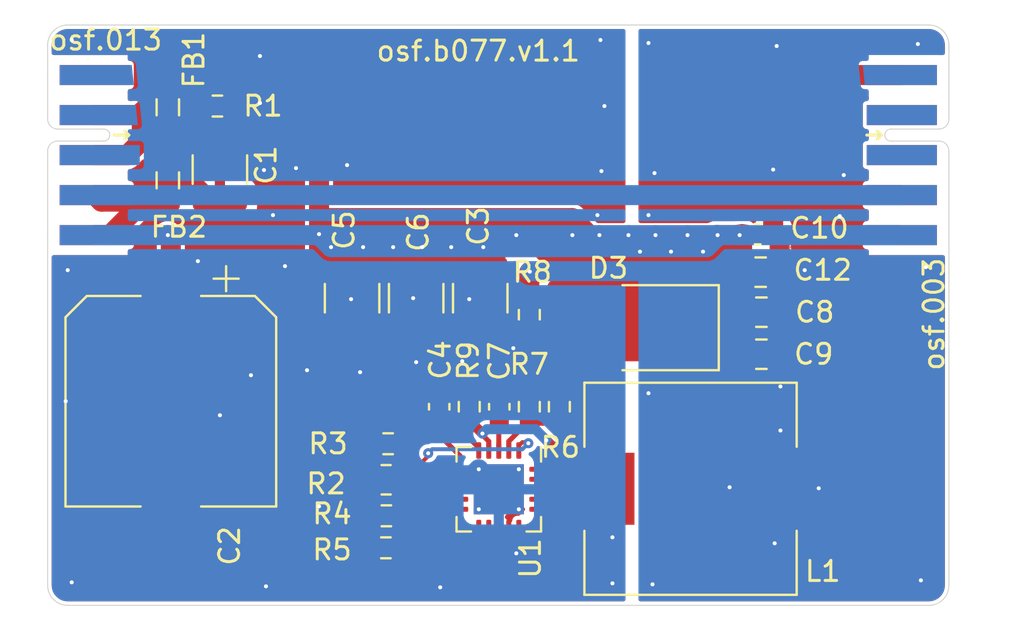
<source format=kicad_pcb>
(kicad_pcb (version 20211014) (generator pcbnew)
  (layers (0 "F.Cu" signal) (31 "B.Cu" signal) (34 "B.Paste" user) (35 "F.Paste" user) (36 "B.SilkS" user "B.Silkscreen") (37 "F.SilkS" user "F.Silkscreen") (38 "B.Mask" user) (39 "F.Mask" user) (44 "Edge.Cuts" user))
  (net 0 "")
  (net 1 "GND")
  (net 2 "Net-(C1-Pad1)")
  (net 3 "/dcdc/48V")
  (net 10 "/dcdc/GND2")
  (net 12 "/dcdc/GND")
  (net 13 "/dcdc/5V")
  (net 16 "VSS")
  (net 17 "VDD")
  (net 18 "Net-(C7-Pad2)")
  (net 19 "Net-(D3-Pad2)")
  (net 20 "Net-(R2-Pad2)")
  (net 21 "Net-(R4-Pad2)")
  (net 22 "Net-(R7-Pad2)")
  (net 23 "/dcdc/erout")
  (net 24 "/dcdc/FBH")
  (net 25 "Net-(TP2-Pad1)")
  (net 26 "Net-(J1-Pad9)")
  (net 31 "/dcdc/PoE-")
  (net 32 "/dcdc/RDET")
  (net 33 "/dcdc/VPOS")
  (net 34 "/dcdc/RFREQ")
  (footprint "Capacitor_SMD:C_0805_2012Metric" (layer "F.Cu") (at 165.6375 100.45)
    (fp_text reference "C9" (at 2.6125 0) (layer "F.SilkS"))
    (fp_text value "100uF")
    (fp_line (start -0.261252 -0.735) (end 0.261252 -0.735) (layer "F.SilkS") (width 0.12))
    (fp_line (start -0.261252 0.735) (end 0.261252 0.735) (layer "F.SilkS") (width 0.12))
    (pad "1" smd roundrect (at -0.95 0) (size 1 1.45) (layers "F.Cu" "F.Paste" "F.Mask") (net 13 "/dcdc/5V"))
    (pad "2" smd roundrect (at 0.95 0) (size 1 1.45) (layers "F.Cu" "F.Paste" "F.Mask") (net 10 "/dcdc/GND2"))
  )
  (footprint "Capacitor_SMD:C_1210_3225Metric" (layer "F.Cu") (at 148.4 97.65 -90)
    (fp_text reference "C6" (at -3.3 -0.1 90) (layer "F.SilkS"))
    (fp_text value "10nF")
    (fp_line (start -0.711252 1.36) (end 0.711252 1.36) (layer "F.SilkS") (width 0.12))
    (fp_line (start -0.711252 -1.36) (end 0.711252 -1.36) (layer "F.SilkS") (width 0.12))
    (pad "1" smd roundrect (at -1.475 0 270) (size 1.15 2.7) (layers "F.Cu" "F.Paste" "F.Mask") (roundrect_rratio 0.217391) (net 13 "/dcdc/5V"))
    (pad "2" smd roundrect (at 1.475 0 270) (size 1.15 2.7) (layers "F.Cu" "F.Paste" "F.Mask") (roundrect_rratio 0.217391) (net 16 "VSS"))
  )
  (footprint "Inductor_SMD:L_0805_2012Metric" (layer "F.Cu") (at 136 88.1125 -90)
    (fp_text reference "FB1" (at -2.3625 -1.3 90) (layer "F.SilkS"))
    (fp_text value "700R")
    (fp_line (start -0.399622 0.56) (end 0.399622 0.56) (layer "F.SilkS") (width 0.12))
    (fp_line (start -0.399622 -0.56) (end 0.399622 -0.56) (layer "F.SilkS") (width 0.12))
    (pad "1" smd roundrect (at -1.0625 0 270) (size 0.875 1.2) (layers "F.Cu" "F.Paste" "F.Mask") (net 3 "/dcdc/48V"))
    (pad "2" smd roundrect (at 1.0625 0 270) (size 0.875 1.2) (layers "F.Cu" "F.Paste" "F.Mask") (net 13 "/dcdc/5V"))
  )
  (footprint "on_edge:on_edge_2x05_device" (layer "F.Cu") (at 130 90.5 -90)
    (fp_text reference "J1")
    (fp_text value "013_PoE_rectified")
    (fp_line (start -1 -4.05) (end -0.8 -3.85) (layer "F.SilkS") (width 0.153))
    (fp_line (start -1.2 -3.85) (end -1 -4.05) (layer "F.SilkS") (width 0.153))
    (fp_line (start -1 -4.05) (end -1 -3.323) (layer "F.SilkS") (width 0.153))
    (fp_line (start -0.2 0) (end 4 0) (layer "Edge.Cuts") (width 0.05))
    (fp_line (start -1.3 -2.8) (end -1.3 -0.5) (layer "Edge.Cuts") (width 0.05))
    (fp_line (start -4 0) (end -1.8 0) (layer "Edge.Cuts") (width 0.05))
    (fp_line (start -0.7 -0.5) (end -0.7 -2.8) (layer "Edge.Cuts") (width 0.05))
    (fp_arc (start -1.3 -2.8) (mid -1 -3.1) (end -0.7 -2.8) (layer "Edge.Cuts") (width 0.05))
    (fp_arc (start -0.2 0) (mid -0.553553 -0.146447) (end -0.7 -0.5) (layer "Edge.Cuts") (width 0.05))
    (fp_arc (start -1.3 -0.5) (mid -1.446447 -0.146447) (end -1.8 0) (layer "Edge.Cuts") (width 0.05))
    (pad "1" smd rect (at -4 -2.35 90) (size 1 3.5) (layers "F.Cu" "F.Mask") (net 1 "GND"))
    (pad "2" smd rect (at -2 -2.35 270) (size 1 3.5) (layers "F.Cu" "F.Mask") (net 3 "/dcdc/48V"))
    (pad "3" smd rect (at 0 -2.35 270) (size 1 3.5) (layers "F.Cu" "F.Mask") (net 3 "/dcdc/48V"))
    (pad "4" smd rect (at 2 -2.35 90) (size 1 3.5) (layers "F.Cu" "F.Mask") (net 12 "/dcdc/GND"))
    (pad "5" smd rect (at 4 -2.35 90) (size 1 3.5) (layers "F.Cu" "F.Mask") (net 12 "/dcdc/GND"))
    (pad "6" smd custom (at -4 -2.4 270) (size 1 3.6) (layers "B.Cu" "B.Mask") (options (clearance outline) (anchor rect)) (primitives (gr_poly (pts (xy 0.5 -1.8) (xy 0.5 -1.9) (xy -0.5 -1.8)) (width 0) (fill yes))))
    (pad "7" smd custom (at -2 -2.1 270) (size 1 3) (layers "B.Cu" "B.Mask") (options (clearance outline) (anchor rect)) (primitives (gr_poly (pts (xy 0.3 -0.51) (xy 0.31 -0.62) (xy 0.33 -0.7) (xy 0.35 -0.76) (xy 0.37 -0.81) (xy 0.4 -0.86) (xy 0.44 -0.92) (xy 0.48 -0.97) (xy 0.5 -0.99) (xy 0.5 -2.4) (xy -0.5 -2.3) (xy -0.5 1.5) (xy 0.3 1.5)) (width 0) (fill yes))))
    (pad "8" smd rect (at 0 -2.6 270) (size 1 4) (layers "B.Cu" "B.Mask"))
    (pad "9" smd custom (at 2 -2.4 270) (size 1 3.6) (layers "B.Cu" "B.Mask") (net 26 "Net-(J1-Pad9)") (options (clearance outline) (anchor rect)) (primitives (gr_poly (pts (xy -0.5 -1.8) (xy -0.5 -1.9) (xy 0.5 -1.8)) (width 0) (fill yes))))
    (pad "10" smd custom (at 4 -2.3 270) (size 1 3.4) (layers "B.Cu" "B.Mask") (net 13 "/dcdc/5V") (options (clearance outline) (anchor rect)) (primitives (gr_poly (pts (xy -0.5 -1.7) (xy -0.5 -1.8) (xy 0.5 -1.7)) (width 0) (fill yes))))
    (zone (net 0) (net_name "") (layers F&B.Cu) (connect_pads (clearance 0)) (min_thickness 0.254)
      (keepout (tracks allowed) (vias not_allowed) (pads allowed) (copperpour not_allowed) (footprints not_allowed))
      (fill (thermal_gap 0.508) (thermal_bridge_width 0.508))
      (polygon (pts (xy 130 95.5) (xy 130 85.5) (xy 134 85.5) (xy 134 95.5)))
    )
  )
  (footprint "Capacitor_SMD:C_0805_2012Metric" (layer "F.Cu") (at 165.6 96.35)
    (fp_text reference "C12" (at 3.1 -0.1) (layer "F.SilkS"))
    (fp_text value "100uF")
    (fp_line (start -0.261252 -0.735) (end 0.261252 -0.735) (layer "F.SilkS") (width 0.12))
    (fp_line (start -0.261252 0.735) (end 0.261252 0.735) (layer "F.SilkS") (width 0.12))
    (pad "1" smd roundrect (at -0.95 0) (size 1 1.45) (layers "F.Cu" "F.Paste" "F.Mask") (net 13 "/dcdc/5V"))
    (pad "2" smd roundrect (at 0.95 0) (size 1 1.45) (layers "F.Cu" "F.Paste" "F.Mask") (net 10 "/dcdc/GND2"))
  )
  (footprint "Capacitor_SMD:C_0603_1608Metric" (layer "F.Cu") (at 165.45 94.45)
    (fp_text reference "C10" (at 3.0875 -0.3) (layer "F.SilkS"))
    (fp_text value "1uF")
    (fp_line (start -0.14058 -0.51) (end 0.14058 -0.51) (layer "F.SilkS") (width 0.12))
    (fp_line (start -0.14058 0.51) (end 0.14058 0.51) (layer "F.SilkS") (width 0.12))
    (pad "1" smd roundrect (at -0.775 0) (size 0.9 0.95) (layers "F.Cu" "F.Paste" "F.Mask") (net 13 "/dcdc/5V"))
    (pad "2" smd roundrect (at 0.775 0) (size 0.9 0.95) (layers "F.Cu" "F.Paste" "F.Mask") (net 10 "/dcdc/GND2"))
  )
  (footprint "Resistor_SMD:R_0603_1608Metric" (layer "F.Cu") (at 146.8875 110.125 180)
    (fp_text reference "R5" (at 2.6875 -0.1) (layer "F.SilkS"))
    (fp_text value "88.7k")
    (fp_line (start -0.237258 -0.5225) (end 0.237258 -0.5225) (layer "F.SilkS") (width 0.12))
    (fp_line (start -0.237258 0.5225) (end 0.237258 0.5225) (layer "F.SilkS") (width 0.12))
    (pad "1" smd roundrect (at -0.825 0 180) (size 0.8 0.95) (layers "F.Cu" "F.Paste" "F.Mask") (net 34 "/dcdc/RFREQ"))
    (pad "2" smd roundrect (at 0.825 0 180) (size 0.8 0.95) (layers "F.Cu" "F.Paste" "F.Mask") (net 33 "/dcdc/VPOS"))
  )
  (footprint "on_edge:on_edge_2x05_host" (layer "F.Cu") (at 175 90.5 -90)
    (fp_text reference "J2")
    (fp_text value "003_power")
    (fp_line (start -1 3.373) (end -1.2 3.573) (layer "F.SilkS") (width 0.153))
    (fp_line (start -1 4.1) (end -1 3.373) (layer "F.SilkS") (width 0.153))
    (fp_line (start -0.8 3.573) (end -1 3.373) (layer "F.SilkS") (width 0.153))
    (fp_line (start -0.7 2.9) (end -0.7 0.5) (layer "Edge.Cuts") (width 0.05))
    (fp_line (start -0.2 0) (end 4 0) (layer "Edge.Cuts") (width 0.05))
    (fp_line (start -4 0) (end -1.8 0) (layer "Edge.Cuts") (width 0.05))
    (fp_line (start -1.3 0.5) (end -1.3 2.9) (layer "Edge.Cuts") (width 0.05))
    (fp_arc (start -0.7 0.5) (mid -0.553553 0.146447) (end -0.2 0) (layer "Edge.Cuts") (width 0.05))
    (fp_arc (start -1.8 0) (mid -1.446447 0.146447) (end -1.3 0.5) (layer "Edge.Cuts") (width 0.05))
    (fp_arc (start -0.7 2.9) (mid -1 3.2) (end -1.3 2.9) (layer "Edge.Cuts") (width 0.05))
    (pad "1" smd rect (at -4 2.35 270) (size 1 3.5) (layers "F.Cu" "F.Mask") (net 10 "/dcdc/GND2"))
    (pad "2" smd rect (at -2 2.35 270) (size 1 3.5) (layers "F.Cu" "F.Mask"))
    (pad "3" smd rect (at 0 2.35 270) (size 1 3.5) (layers "F.Cu" "F.Mask"))
    (pad "4" smd rect (at 2 2.35 270) (size 1 3.5) (layers "F.Cu" "F.Mask"))
    (pad "5" smd rect (at 4 2.35 270) (size 1 3.5) (layers "F.Cu" "F.Mask"))
    (pad "6" smd custom (at -4 2.4 90) (size 1 3.6) (layers "B.Cu" "B.Mask") (options (clearance outline) (anchor rect)) (primitives (gr_poly (pts (xy 0.5 -1.8) (xy -0.5 -1.8) (xy 0.5 -1.9)) (width 0) (fill yes))))
    (pad "7" smd rect (at -2 2.35 90) (size 1 3.5) (layers "B.Cu" "B.Mask"))
    (pad "8" smd rect (at 0 2.35 90) (size 1 3.5) (layers "B.Cu" "B.Mask"))
    (pad "9" smd custom (at 2 2.4 90) (size 1 3.6) (layers "B.Cu" "B.Mask") (net 26 "Net-(J1-Pad9)") (options (clearance outline) (anchor rect)) (primitives (gr_poly (pts (xy 0.5 -1.8) (xy -0.5 -1.8) (xy -0.5 -1.9)) (width 0) (fill yes))))
    (pad "10" smd custom (at 4 2.5 90) (size 1 3.8) (layers "B.Cu" "B.Mask") (net 13 "/dcdc/5V") (options (clearance outline) (anchor rect)) (primitives (gr_poly (pts (xy 0.5 -1.9) (xy -0.5 -1.9) (xy -0.5 -2)) (width 0) (fill yes))))
    (zone (net 0) (net_name "") (layers F&B.Cu) (connect_pads (clearance 0)) (min_thickness 0.254)
      (keepout (tracks allowed) (vias not_allowed) (pads allowed) (copperpour not_allowed) (footprints not_allowed))
      (fill (thermal_gap 0.508) (thermal_bridge_width 0.508))
      (polygon (pts (xy 171 95.5) (xy 171 85.5) (xy 175 85.5) (xy 175 95.5)))
    )
  )
  (footprint "Resistor_SMD:R_0603_1608Metric" (layer "F.Cu") (at 154.05 98.475 90)
    (fp_text reference "R8" (at 2.125 0.15) (layer "F.SilkS"))
    (fp_text value "10R")
    (fp_line (start -0.237258 0.5225) (end 0.237258 0.5225) (layer "F.SilkS") (width 0.12))
    (fp_line (start -0.237258 -0.5225) (end 0.237258 -0.5225) (layer "F.SilkS") (width 0.12))
    (pad "1" smd roundrect (at -0.825 0 90) (size 0.8 0.95) (layers "F.Cu" "F.Paste" "F.Mask") (net 22 "Net-(R7-Pad2)"))
    (pad "2" smd roundrect (at 0.825 0 90) (size 0.8 0.95) (layers "F.Cu" "F.Paste" "F.Mask") (net 10 "/dcdc/GND2"))
  )
  (footprint "Capacitor_SMD:C_1210_3225Metric" (layer "F.Cu") (at 145.2 97.65 -90)
    (fp_text reference "C5" (at -3.4 0.4 90) (layer "F.SilkS"))
    (fp_text value "100nF")
    (fp_line (start -0.711252 -1.36) (end 0.711252 -1.36) (layer "F.SilkS") (width 0.12))
    (fp_line (start -0.711252 1.36) (end 0.711252 1.36) (layer "F.SilkS") (width 0.12))
    (pad "1" smd roundrect (at -1.475 0 270) (size 1.15 2.7) (layers "F.Cu" "F.Paste" "F.Mask") (roundrect_rratio 0.217391) (net 13 "/dcdc/5V"))
    (pad "2" smd roundrect (at 1.475 0 270) (size 1.15 2.7) (layers "F.Cu" "F.Paste" "F.Mask") (roundrect_rratio 0.217391) (net 16 "VSS"))
  )
  (footprint "Package_DFN_QFN:QFN-20-1EP_4x4mm_P0.5mm_EP2.5x2.5mm_ThermalVias" (layer "F.Cu") (at 152.525 107.2 -90)
    (fp_text reference "U1" (at 3.45 -1.575 90) (layer "F.SilkS"))
    (fp_text value "Si3404")
    (fp_line (start 2.11 -2.11) (end 2.11 -1.385) (layer "F.SilkS") (width 0.12))
    (fp_line (start 1.385 -2.11) (end 2.11 -2.11) (layer "F.SilkS") (width 0.12))
    (fp_line (start -2.11 2.11) (end -2.11 1.385) (layer "F.SilkS") (width 0.12))
    (fp_line (start 2.11 2.11) (end 2.11 1.385) (layer "F.SilkS") (width 0.12))
    (fp_line (start 1.385 2.11) (end 2.11 2.11) (layer "F.SilkS") (width 0.12))
    (fp_line (start -1.385 2.11) (end -2.11 2.11) (layer "F.SilkS") (width 0.12))
    (fp_line (start -1.385 -2.11) (end -2.11 -2.11) (layer "F.SilkS") (width 0.12))
    (pad "1" smd roundrect (at -1.9375 -1 270) (size 0.825 0.25) (layers "F.Cu" "F.Paste" "F.Mask") (net 20 "Net-(R2-Pad2)"))
    (pad "2" smd roundrect (at -1.9375 -0.5 270) (size 0.825 0.25) (layers "F.Cu" "F.Paste" "F.Mask") (net 24 "/dcdc/FBH"))
    (pad "3" smd roundrect (at -1.9375 0 270) (size 0.825 0.25) (layers "F.Cu" "F.Paste" "F.Mask") (net 23 "/dcdc/erout"))
    (pad "4" smd roundrect (at -1.9375 0.5 270) (size 0.825 0.25) (layers "F.Cu" "F.Paste" "F.Mask") (net 16 "VSS"))
    (pad "5" smd roundrect (at -1.9375 1 270) (size 0.825 0.25) (layers "F.Cu" "F.Paste" "F.Mask") (net 17 "VDD"))
    (pad "6" smd roundrect (at -1 1.9375 270) (size 0.25 0.825) (layers "F.Cu" "F.Paste" "F.Mask") (net 32 "/dcdc/RDET"))
    (pad "7" smd roundrect (at -0.5 1.9375 270) (size 0.25 0.825) (layers "F.Cu" "F.Paste" "F.Mask"))
    (pad "8" smd roundrect (at 0 1.9375 270) (size 0.25 0.825) (layers "F.Cu" "F.Paste" "F.Mask") (net 20 "Net-(R2-Pad2)"))
    (pad "9" smd roundrect (at 0.5 1.9375 270) (size 0.25 0.825) (layers "F.Cu" "F.Paste" "F.Mask") (net 21 "Net-(R4-Pad2)"))
    (pad "10" smd roundrect (at 1 1.9375 270) (size 0.25 0.825) (layers "F.Cu" "F.Paste" "F.Mask") (net 34 "/dcdc/RFREQ"))
    (pad "11" smd roundrect (at 1.9375 1 270) (size 0.825 0.25) (layers "F.Cu" "F.Paste" "F.Mask"))
    (pad "12" smd roundrect (at 1.9375 0.5 270) (size 0.825 0.25) (layers "F.Cu" "F.Paste" "F.Mask"))
    (pad "13" smd roundrect (at 1.9375 0 270) (size 0.825 0.25) (layers "F.Cu" "F.Paste" "F.Mask") (net 33 "/dcdc/VPOS"))
    (pad "14" smd roundrect (at 1.9375 -0.5 270) (size 0.825 0.25) (layers "F.Cu" "F.Paste" "F.Mask") (net 31 "/dcdc/PoE-"))
    (pad "15" smd roundrect (at 1.9375 -1 270) (size 0.825 0.25) (layers "F.Cu" "F.Paste" "F.Mask"))
    (pad "16" smd roundrect (at 1 -1.9375 270) (size 0.25 0.825) (layers "F.Cu" "F.Paste" "F.Mask") (net 25 "Net-(TP2-Pad1)"))
    (pad "17" smd roundrect (at 0.5 -1.9375 270) (size 0.25 0.825) (layers "F.Cu" "F.Paste" "F.Mask"))
    (pad "18" smd roundrect (at 0 -1.9375 270) (size 0.25 0.825) (layers "F.Cu" "F.Paste" "F.Mask") (net 19 "Net-(D3-Pad2)"))
    (pad "19" smd roundrect (at -0.5 -1.9375 270) (size 0.25 0.825) (layers "F.Cu" "F.Paste" "F.Mask") (net 16 "VSS"))
    (pad "20" smd roundrect (at -1 -1.9375 270) (size 0.25 0.825) (layers "F.Cu" "F.Paste" "F.Mask"))
    (pad "21" thru_hole circle (at -1 -1 270) (size 0.5 0.5) (drill 0.2) (layers *.Cu) (net 31 "/dcdc/PoE-"))
    (pad "21" thru_hole circle (at 1 1 270) (size 0.5 0.5) (drill 0.2) (layers *.Cu) (net 31 "/dcdc/PoE-"))
    (pad "21" smd rect (at 0 0 270) (size 2.5 2.5) (layers "F.Cu" "F.Mask") (net 31 "/dcdc/PoE-"))
    (pad "21" thru_hole circle (at 1 -1 270) (size 0.5 0.5) (drill 0.2) (layers *.Cu) (net 31 "/dcdc/PoE-"))
    (pad "21" thru_hole circle (at -1 1 270) (size 0.5 0.5) (drill 0.2) (layers *.Cu) (net 31 "/dcdc/PoE-"))
    (pad "21" smd rect (at 0 0 270) (size 2.5 2.5) (layers "B.Cu") (net 31 "/dcdc/PoE-"))
  )
  (footprint "Resistor_SMD:R_0603_1608Metric" (layer "F.Cu") (at 138.475 88.05)
    (fp_text reference "R1" (at 2.275 0) (layer "F.SilkS"))
    (fp_text value "3R")
    (fp_line (start -0.237258 -0.5225) (end 0.237258 -0.5225) (layer "F.SilkS") (width 0.12))
    (fp_line (start -0.237258 0.5225) (end 0.237258 0.5225) (layer "F.SilkS") (width 0.12))
    (pad "1" smd roundrect (at -0.825 0) (size 0.8 0.95) (layers "F.Cu" "F.Paste" "F.Mask") (net 13 "/dcdc/5V"))
    (pad "2" smd roundrect (at 0.825 0) (size 0.8 0.95) (layers "F.Cu" "F.Paste" "F.Mask") (net 2 "Net-(C1-Pad1)"))
  )
  (footprint "Resistor_SMD:R_0603_1608Metric" (layer "F.Cu") (at 147 104.925 180)
    (fp_text reference "R3" (at 3 0) (layer "F.SilkS"))
    (fp_text value "24.3k")
    (fp_line (start -0.237258 -0.5225) (end 0.237258 -0.5225) (layer "F.SilkS") (width 0.12))
    (fp_line (start -0.237258 0.5225) (end 0.237258 0.5225) (layer "F.SilkS") (width 0.12))
    (pad "1" smd roundrect (at -0.825 0 180) (size 0.8 0.95) (layers "F.Cu" "F.Paste" "F.Mask") (net 32 "/dcdc/RDET"))
    (pad "2" smd roundrect (at 0.825 0 180) (size 0.8 0.95) (layers "F.Cu" "F.Paste" "F.Mask") (net 33 "/dcdc/VPOS"))
  )
  (footprint "Resistor_SMD:R_0603_1608Metric" (layer "F.Cu") (at 151.05 103.075 -90)
    (fp_text reference "R9" (at -2.3 0.05 90) (layer "F.SilkS"))
    (fp_text value "143k")
    (fp_line (start -0.237258 0.5225) (end 0.237258 0.5225) (layer "F.SilkS") (width 0.12))
    (fp_line (start -0.237258 -0.5225) (end 0.237258 -0.5225) (layer "F.SilkS") (width 0.12))
    (pad "1" smd roundrect (at -0.825 0 270) (size 0.8 0.95) (layers "F.Cu" "F.Paste" "F.Mask") (net 18 "Net-(C7-Pad2)"))
    (pad "2" smd roundrect (at 0.825 0 270) (size 0.8 0.95) (layers "F.Cu" "F.Paste" "F.Mask") (net 16 "VSS"))
  )
  (footprint "Resistor_SMD:R_0603_1608Metric" (layer "F.Cu") (at 146.9125 108.525)
    (fp_text reference "R4" (at -2.7125 -0.1) (layer "F.SilkS"))
    (fp_text value "75R")
    (fp_line (start -0.237258 -0.5225) (end 0.237258 -0.5225) (layer "F.SilkS") (width 0.12))
    (fp_line (start -0.237258 0.5225) (end 0.237258 0.5225) (layer "F.SilkS") (width 0.12))
    (pad "1" smd roundrect (at -0.825 0) (size 0.8 0.95) (layers "F.Cu" "F.Paste" "F.Mask") (net 31 "/dcdc/PoE-"))
    (pad "2" smd roundrect (at 0.825 0) (size 0.8 0.95) (layers "F.Cu" "F.Paste" "F.Mask") (net 21 "Net-(R4-Pad2)"))
  )
  (footprint "Inductor_SMD:L_0805_2012Metric" (layer "F.Cu") (at 136 91.7625 90)
    (fp_text reference "FB2" (at -2.3375 0.55) (layer "F.SilkS"))
    (fp_text value "700R")
    (fp_line (start -0.399622 -0.56) (end 0.399622 -0.56) (layer "F.SilkS") (width 0.12))
    (fp_line (start -0.399622 0.56) (end 0.399622 0.56) (layer "F.SilkS") (width 0.12))
    (pad "1" smd roundrect (at -1.0625 0 90) (size 0.875 1.2) (layers "F.Cu" "F.Paste" "F.Mask") (net 12 "/dcdc/GND"))
    (pad "2" smd roundrect (at 1.0625 0 90) (size 0.875 1.2) (layers "F.Cu" "F.Paste" "F.Mask") (net 31 "/dcdc/PoE-"))
  )
  (footprint "Diode_SMD:D_PowerDI-5" (layer "F.Cu") (at 159.7 99.125 180)
    (fp_text reference "D3" (at 1.7 2.975) (layer "F.SilkS"))
    (fp_text value "PDS3100")
    (fp_line (start -3.81 2.125) (end -3.81 -2.125) (layer "F.SilkS") (width 0.12))
    (fp_line (start -3.81 2.125) (end 1 2.125) (layer "F.SilkS") (width 0.12))
    (fp_line (start 1 -2.125) (end -3.81 -2.125) (layer "F.SilkS") (width 0.12))
    (pad "1" smd rect (at -1.12 0) (size 4.86 3.36) (layers "F.Cu" "F.Paste" "F.Mask") (net 13 "/dcdc/5V"))
    (pad "2" smd rect (at 2.862 -0.92) (size 1.4 1.39) (layers "F.Cu" "F.Paste" "F.Mask") (net 19 "Net-(D3-Pad2)"))
    (pad "2" smd rect (at 2.862 0.92) (size 1.4 1.39) (layers "F.Cu" "F.Paste" "F.Mask") (net 19 "Net-(D3-Pad2)"))
  )
  (footprint "Capacitor_SMD:C_1210_3225Metric" (layer "F.Cu") (at 138.6 91.225 -90)
    (fp_text reference "C1" (at -0.225 -2.3 90) (layer "F.SilkS"))
    (fp_text value "100nF")
    (fp_line (start -0.711252 1.36) (end 0.711252 1.36) (layer "F.SilkS") (width 0.12))
    (fp_line (start -0.711252 -1.36) (end 0.711252 -1.36) (layer "F.SilkS") (width 0.12))
    (pad "1" smd roundrect (at -1.475 0 270) (size 1.15 2.7) (layers "F.Cu" "F.Paste" "F.Mask") (roundrect_rratio 0.217391) (net 2 "Net-(C1-Pad1)"))
    (pad "2" smd roundrect (at 1.475 0 270) (size 1.15 2.7) (layers "F.Cu" "F.Paste" "F.Mask") (roundrect_rratio 0.217391) (net 31 "/dcdc/PoE-"))
  )
  (footprint "Capacitor_SMD:C_0603_1608Metric" (layer "F.Cu") (at 149.55 103.075 -90)
    (fp_text reference "C4" (at -2.3375 -0.05 90) (layer "F.SilkS"))
    (fp_text value "100nF")
    (fp_line (start -0.14058 -0.51) (end 0.14058 -0.51) (layer "F.SilkS") (width 0.12))
    (fp_line (start -0.14058 0.51) (end 0.14058 0.51) (layer "F.SilkS") (width 0.12))
    (pad "1" smd roundrect (at -0.775 0 270) (size 0.9 0.95) (layers "F.Cu" "F.Paste" "F.Mask") (net 16 "VSS"))
    (pad "2" smd roundrect (at 0.775 0 270) (size 0.9 0.95) (layers "F.Cu" "F.Paste" "F.Mask") (net 17 "VDD"))
  )
  (footprint "Capacitor_SMD:C_0603_1608Metric" (layer "F.Cu") (at 152.55 103.075 90)
    (fp_text reference "C7" (at 2.275 0 90) (layer "F.SilkS"))
    (fp_text value "330pF")
    (fp_line (start -0.14058 -0.51) (end 0.14058 -0.51) (layer "F.SilkS") (width 0.12))
    (fp_line (start -0.14058 0.51) (end 0.14058 0.51) (layer "F.SilkS") (width 0.12))
    (pad "1" smd roundrect (at -0.775 0 90) (size 0.9 0.95) (layers "F.Cu" "F.Paste" "F.Mask") (net 23 "/dcdc/erout"))
    (pad "2" smd roundrect (at 0.775 0 90) (size 0.9 0.95) (layers "F.Cu" "F.Paste" "F.Mask") (net 18 "Net-(C7-Pad2)"))
  )
  (footprint "Capacitor_SMD:C_0805_2012Metric" (layer "F.Cu") (at 165.6375 98.35)
    (fp_text reference "C8" (at 2.6625 0) (layer "F.SilkS"))
    (fp_text value "100uF")
    (fp_line (start -0.261252 -0.735) (end 0.261252 -0.735) (layer "F.SilkS") (width 0.12))
    (fp_line (start -0.261252 0.735) (end 0.261252 0.735) (layer "F.SilkS") (width 0.12))
    (pad "1" smd roundrect (at -0.95 0) (size 1 1.45) (layers "F.Cu" "F.Paste" "F.Mask") (net 13 "/dcdc/5V"))
    (pad "2" smd roundrect (at 0.95 0) (size 1 1.45) (layers "F.Cu" "F.Paste" "F.Mask") (net 10 "/dcdc/GND2"))
  )
  (footprint "Capacitor_SMD:CP_Elec_10x10" (layer "F.Cu") (at 136.15 102.8 -90)
    (fp_text reference "C2" (at 7.23 -2.93 90) (layer "F.SilkS"))
    (fp_text value "10uF")
    (fp_line (start -6.75 -2.76) (end -5.5 -2.76) (layer "F.SilkS") (width 0.12))
    (fp_line (start -5.26 -4.195563) (end -4.195563 -5.26) (layer "F.SilkS") (width 0.12))
    (fp_line (start 5.26 5.26) (end 5.26 1.51) (layer "F.SilkS") (width 0.12))
    (fp_line (start -4.195563 5.26) (end 5.26 5.26) (layer "F.SilkS") (width 0.12))
    (fp_line (start -5.26 4.195563) (end -5.26 1.51) (layer "F.SilkS") (width 0.12))
    (fp_line (start 5.26 -5.26) (end 5.26 -1.51) (layer "F.SilkS") (width 0.12))
    (fp_line (start -6.125 -3.385) (end -6.125 -2.135) (layer "F.SilkS") (width 0.12))
    (fp_line (start -5.26 4.195563) (end -4.195563 5.26) (layer "F.SilkS") (width 0.12))
    (fp_line (start -5.26 -4.195563) (end -5.26 -1.51) (layer "F.SilkS") (width 0.12))
    (fp_line (start -4.195563 -5.26) (end 5.26 -5.26) (layer "F.SilkS") (width 0.12))
    (pad "1" smd roundrect (at -4 0 270) (size 4 2.5) (layers "F.Cu" "F.Paste" "F.Mask") (roundrect_rratio 0.1) (net 13 "/dcdc/5V"))
    (pad "2" smd roundrect (at 4 0 270) (size 4 2.5) (layers "F.Cu" "F.Paste" "F.Mask") (roundrect_rratio 0.1) (net 16 "VSS"))
  )
  (footprint "Resistor_SMD:R_0603_1608Metric" (layer "F.Cu") (at 154.05 103.075 90)
    (fp_text reference "R7" (at 2.125 0 180) (layer "F.SilkS"))
    (fp_text value "9.09k")
    (fp_line (start -0.237258 0.5225) (end 0.237258 0.5225) (layer "F.SilkS") (width 0.12))
    (fp_line (start -0.237258 -0.5225) (end 0.237258 -0.5225) (layer "F.SilkS") (width 0.12))
    (pad "1" smd roundrect (at -0.825 0 90) (size 0.8 0.95) (layers "F.Cu" "F.Paste" "F.Mask") (net 24 "/dcdc/FBH"))
    (pad "2" smd roundrect (at 0.825 0 90) (size 0.8 0.95) (layers "F.Cu" "F.Paste" "F.Mask") (net 22 "Net-(R7-Pad2)"))
  )
  (footprint "Resistor_SMD:R_0805_2012Metric" (layer "F.Cu") (at 146.9 106.725)
    (fp_text reference "R2" (at -3 0.2) (layer "F.SilkS"))
    (fp_text value "1.2R")
    (fp_line (start -0.227064 0.735) (end 0.227064 0.735) (layer "F.SilkS") (width 0.12))
    (fp_line (start -0.227064 -0.735) (end 0.227064 -0.735) (layer "F.SilkS") (width 0.12))
    (pad "1" smd roundrect (at -0.9125 0) (size 1.025 1.4) (layers "F.Cu" "F.Paste" "F.Mask") (roundrect_rratio 0.243902) (net 16 "VSS"))
    (pad "2" smd roundrect (at 0.9125 0) (size 1.025 1.4) (layers "F.Cu" "F.Paste" "F.Mask") (roundrect_rratio 0.243902) (net 20 "Net-(R2-Pad2)"))
  )
  (footprint "Inductor_SMD:L_10.4x10.4_H4.8" (layer "F.Cu") (at 162.1 107.175)
    (fp_text reference "L1" (at 6.6 4.125) (layer "F.SilkS"))
    (fp_text value "47uH")
    (fp_line (start 5.3 2.1) (end 5.3 5.3) (layer "F.SilkS") (width 0.12))
    (fp_line (start -5.3 -5.3) (end 5.3 -5.3) (layer "F.SilkS") (width 0.12))
    (fp_line (start 5.3 5.3) (end -5.3 5.3) (layer "F.SilkS") (width 0.12))
    (fp_line (start 5.3 -5.3) (end 5.3 -2.1) (layer "F.SilkS") (width 0.12))
    (fp_line (start -5.3 5.3) (end -5.3 2.1) (layer "F.SilkS") (width 0.12))
    (fp_line (start -5.3 -2.1) (end -5.3 -5.3) (layer "F.SilkS") (width 0.12))
    (pad "1" smd rect (at -4.15 0) (size 2.7 3.6) (layers "F.Cu" "F.Paste" "F.Mask") (net 19 "Net-(D3-Pad2)"))
    (pad "2" smd rect (at 4.15 0) (size 2.7 3.6) (layers "F.Cu" "F.Paste" "F.Mask") (net 10 "/dcdc/GND2"))
  )
  (footprint "Capacitor_SMD:C_1210_3225Metric" (layer "F.Cu") (at 151.6 97.65 -90)
    (fp_text reference "C3" (at -3.6 0.1 90) (layer "F.SilkS"))
    (fp_text value "1uF")
    (fp_line (start -0.711252 -1.36) (end 0.711252 -1.36) (layer "F.SilkS") (width 0.12))
    (fp_line (start -0.711252 1.36) (end 0.711252 1.36) (layer "F.SilkS") (width 0.12))
    (pad "1" smd roundrect (at -1.475 0 270) (size 1.15 2.7) (layers "F.Cu" "F.Paste" "F.Mask") (roundrect_rratio 0.217391) (net 13 "/dcdc/5V"))
    (pad "2" smd roundrect (at 1.475 0 270) (size 1.15 2.7) (layers "F.Cu" "F.Paste" "F.Mask") (roundrect_rratio 0.217391) (net 16 "VSS"))
  )
  (footprint "Resistor_SMD:R_0603_1608Metric" (layer "F.Cu") (at 155.55 103.075 -90)
    (fp_text reference "R6" (at 2.025 -0.05) (layer "F.SilkS"))
    (fp_text value "3.24k")
    (fp_line (start -0.237258 -0.5225) (end 0.237258 -0.5225) (layer "F.SilkS") (width 0.12))
    (fp_line (start -0.237258 0.5225) (end 0.237258 0.5225) (layer "F.SilkS") (width 0.12))
    (pad "1" smd roundrect (at -0.825 0 270) (size 0.8 0.95) (layers "F.Cu" "F.Paste" "F.Mask") (net 13 "/dcdc/5V"))
    (pad "2" smd roundrect (at 0.825 0 270) (size 0.8 0.95) (layers "F.Cu" "F.Paste" "F.Mask") (net 24 "/dcdc/FBH"))
  )
  (gr_line (start 130 86.5) (end 130 85) (layer "Edge.Cuts") (width 0.05))
  (gr_line (start 175 86.5) (end 175 85) (layer "Edge.Cuts") (width 0.05))
  (gr_line (start 174 84) (end 150 84) (layer "Edge.Cuts") (width 0.05))
  (gr_line (start 174.999999 110.499999) (end 175 94.5) (layer "Edge.Cuts") (width 0.05))
  (gr_line (start 173.999999 112.999999) (end 131 113) (layer "Edge.Cuts") (width 0.05))
  (gr_arc (start 130 85) (mid 130.292893 84.292893) (end 131 84) (layer "Edge.Cuts") (width 0.05))
  (gr_line (start 131 84) (end 150 84) (layer "Edge.Cuts") (width 0.05))
  (gr_arc (start 174 84) (mid 174.707107 84.292893) (end 175 85) (layer "Edge.Cuts") (width 0.05))
  (gr_line (start 174.999999 111.999999) (end 174.999999 110.499999) (layer "Edge.Cuts") (width 0.05))
  (gr_line (start 130 112) (end 130 94.5) (layer "Edge.Cuts") (width 0.05))
  (gr_arc (start 174.999999 111.999999) (mid 174.707106 112.707106) (end 173.999999 112.999999) (layer "Edge.Cuts") (width 0.05))
  (gr_arc (start 131 113) (mid 130.292893 112.707107) (end 130 112) (layer "Edge.Cuts") (width 0.05))
  (gr_text "osf.b077.v1.1" (at 151.5 85.3) (layer "F.SilkS") (effects (font (size 1 1))))
  (gr_text "osf.003" (at 174.25 98.45 90) (layer "F.SilkS") (effects (font (size 1 1))))
  (gr_text "osf.013" (at 132.9 84.75) (layer "F.SilkS") (effects (font (size 1 1))))
  (segment (start 139.3 89.05) (end 138.6 89.75) (width 1) (layer "F.Cu") (net 2))
  (segment (start 139.3 88.05) (end 139.3 89.05) (width 1) (layer "F.Cu") (net 2))
  (segment (start 133.974309 90.5) (end 134.7 89.774309) (width 1) (layer "F.Cu") (net 3))
  (segment (start 132.35 88.5) (end 134.55 88.5) (width 1) (layer "F.Cu") (net 3))
  (segment (start 134.55 88.5) (end 134.7 88.35) (width 1) (layer "F.Cu") (net 3))
  (segment (start 132.35 90.5) (end 133.974309 90.5) (width 1) (layer "F.Cu") (net 3))
  (segment (start 134.7 89.774309) (end 134.7 88.35) (width 1) (layer "F.Cu") (net 3))
  (segment (start 134.7 88.35) (end 136 87.05) (width 1) (layer "F.Cu") (net 3))
  (segment (start 166.5875 106.8375) (end 166.25 107.175) (width 1) (layer "F.Cu") (net 10))
  (segment (start 166.55 94.775) (end 166.225 94.45) (width 1) (layer "F.Cu") (net 10))
  (segment (start 166.65 96.25) (end 166.55 96.35) (width 1) (layer "F.Cu") (net 10))
  (segment (start 166.5875 102.0625) (end 166.5875 104.2625) (width 1) (layer "F.Cu") (net 10))
  (segment (start 166.5875 100.45) (end 166.5875 98.35) (width 1) (layer "F.Cu") (net 10))
  (segment (start 166.5875 100.45) (end 166.5875 102.0625) (width 1) (layer "F.Cu") (net 10))
  (segment (start 166.5875 104.2625) (end 166.5875 106.8375) (width 1) (layer "F.Cu") (net 10))
  (segment (start 166.55 96.35) (end 166.55 94.775) (width 1) (layer "F.Cu") (net 10))
  (segment (start 166.5875 96.3875) (end 166.55 96.35) (width 1) (layer "F.Cu") (net 10))
  (segment (start 166.225 91.225) (end 166.225 89.875) (width 1) (layer "F.Cu") (net 10))
  (segment (start 166.225 94.45) (end 166.225 91.225) (width 1) (layer "F.Cu") (net 10))
  (segment (start 166.5875 98.35) (end 166.5875 96.3875) (width 1) (layer "F.Cu") (net 10))
  (segment (start 166.225 89.875) (end 169.6 86.5) (width 1) (layer "F.Cu") (net 10))
  (segment (start 167.8 96.25) (end 166.65 96.25) (width 1) (layer "F.Cu") (net 10))
  (segment (start 154.05 97.65) (end 154.05 96.35) (width 1) (layer "F.Cu") (net 10))
  (segment (start 169.6 86.5) (end 172.65 86.5) (width 1) (layer "F.Cu") (net 10))
  (via (at 166.225 91.225) (size 0.5) (drill 0.2) (layers "F.Cu" "B.Cu") (net 10))
  (via (at 160 102.4) (size 0.5) (drill 0.2) (layers "F.Cu" "B.Cu") (net 10))
  (via (at 169.75 91.5) (size 0.5) (drill 0.2) (layers "F.Cu" "B.Cu") (net 10))
  (via (at 167.8 96.25) (size 0.5) (drill 0.2) (layers "F.Cu" "B.Cu") (net 10))
  (via (at 173.6 111.75) (size 0.5) (drill 0.2) (layers "F.Cu" "B.Cu") (net 10))
  (via (at 168.5 107.15) (size 0.5) (drill 0.2) (layers "F.Cu" "B.Cu") (net 10))
  (via (at 166.5875 102.0625) (size 0.5) (drill 0.2) (layers "F.Cu" "B.Cu") (net 10))
  (via (at 154.075 96.325) (size 0.5) (drill 0.2) (layers "F.Cu" "B.Cu") (net 10))
  (via (at 160.2 111.95) (size 0.5) (drill 0.2) (layers "F.Cu" "B.Cu") (net 10))
  (via (at 160.3 91.4) (size 0.5) (drill 0.2) (layers "F.Cu" "B.Cu") (net 10))
  (via (at 173.85 96.1) (size 0.5) (drill 0.2) (layers "F.Cu" "B.Cu") (net 10))
  (via (at 164.05 107.1) (size 0.5) (drill 0.2) (layers "F.Cu" "B.Cu") (net 10))
  (via (at 160 93.5) (size 0.5) (drill 0.2) (layers "F.Cu" "B.Cu") (net 10))
  (via (at 173.45 84.95) (size 0.5) (drill 0.2) (layers "F.Cu" "B.Cu") (net 10))
  (via (at 166.5875 104.2625) (size 0.5) (drill 0.2) (layers "F.Cu" "B.Cu") (net 10))
  (via (at 169.55 93.55) (size 0.5) (drill 0.2) (layers "F.Cu" "B.Cu") (net 10))
  (via (at 166.4 85.05) (size 0.5) (drill 0.2) (layers "F.Cu" "B.Cu") (net 10))
  (via (at 160 84.9) (size 0.5) (drill 0.2) (layers "F.Cu" "B.Cu") (net 10))
  (via (at 166.3 109.9) (size 0.5) (drill 0.2) (layers "F.Cu" "B.Cu") (net 10))
  (segment (start 154.1 96.3) (end 167.75 96.3) (width 1) (layer "B.Cu") (net 10))
  (segment (start 169.5 93.5) (end 169.55 93.55) (width 0.2) (layer "B.Cu") (net 10))
  (segment (start 160 93.5) (end 169.5 93.5) (width 0.2) (layer "B.Cu") (net 10))
  (segment (start 167.75 96.3) (end 167.8 96.25) (width 1) (layer "B.Cu") (net 10))
  (segment (start 132.675 92.825) (end 132.35 92.5) (width 1) (layer "F.Cu") (net 12))
  (segment (start 136 92.825) (end 134.775 92.825) (width 1) (layer "F.Cu") (net 12))
  (segment (start 134.775 92.825) (end 132.675 92.825) (width 1) (layer "F.Cu") (net 12))
  (segment (start 132.35 94.5) (end 133.1 94.5) (width 1) (layer "F.Cu") (net 12))
  (segment (start 133.1 94.5) (end 134.775 92.825) (width 1) (layer "F.Cu") (net 12))
  (segment (start 143.55 93.65) (end 143.55 94.45) (width 1) (layer "F.Cu") (net 13))
  (segment (start 157.15 94.6) (end 163.35 94.6) (width 1) (layer "F.Cu") (net 13))
  (segment (start 136 89.175) (end 136.025 89.175) (width 1) (layer "F.Cu") (net 13))
  (segment (start 164.602944 96.302944) (end 164.65 96.35) (width 1) (layer "F.Cu") (net 13))
  (segment (start 143.55 94.45) (end 143.7 94.6) (width 1) (layer "F.Cu") (net 13))
  (segment (start 152.675 95.1) (end 153.35 95.1) (width 1) (layer "F.Cu") (net 13))
  (segment (start 164.675 96.325) (end 164.65 96.35) (width 1) (layer "F.Cu") (net 13))
  (segment (start 145.025 96.35) (end 145.2 96.175) (width 1) (layer "F.Cu") (net 13))
  (segment (start 160.82 99.125) (end 164.6 99.125) (width 1) (layer "F.Cu") (net 13))
  (segment (start 143.55 94.45) (end 143.55 94.5) (width 1) (layer "F.Cu") (net 13))
  (segment (start 154.597056 95.1) (end 155.8 96.302944) (width 1) (layer "F.Cu") (net 13))
  (segment (start 141 86.7) (end 143.55 89.25) (width 1) (layer "F.Cu") (net 13))
  (segment (start 152.3125 95.4625) (end 152.675 95.1) (width 1) (layer "F.Cu") (net 13))
  (segment (start 136.025 89.175) (end 137.15 88.05) (width 1) (layer "F.Cu") (net 13))
  (segment (start 164.675 95.325) (end 162.725 95.325) (width 1) (layer "F.Cu") (net 13))
  (segment (start 152.3125 95.4625) (end 143.5625 95.4625) (width 1) (layer "F.Cu") (net 13))
  (segment (start 159.58 97.6) (end 158.79 96.81) (width 1) (layer "F.Cu") (net 13))
  (segment (start 160.82 99.125) (end 160.82 96.84) (width 1) (layer "F.Cu") (net 13))
  (segment (start 163.35 94.5) (end 163.45 94.5) (width 1) (layer "F.Cu") (net 13))
  (segment (start 138.4 86.7) (end 141 86.7) (width 1) (layer "F.Cu") (net 13))
  (segment (start 143.55 89.25) (end 143.55 93.65) (width 1) (layer "F.Cu") (net 13))
  (segment (start 143.55 93.65) (end 156.2 93.65) (width 1) (layer "F.Cu") (net 13))
  (segment (start 164.65 98.3125) (end 164.6875 98.35) (width 1) (layer "F.Cu") (net 13))
  (segment (start 155.55 102.15) (end 155.438 102.038) (width 1) (layer "F.Cu") (net 13))
  (segment (start 159.575 95.325) (end 154.822056 95.325) (width 1) (layer "F.Cu") (net 13))
  (segment (start 160.82 96.84) (end 160.79 96.81) (width 1) (layer "F.Cu") (net 13))
  (segment (start 137.3 97.65) (end 142.05 97.65) (width 1) (layer "F.Cu") (net 13))
  (segment (start 143.35 96.35) (end 145.025 96.35) (width 1) (layer "F.Cu") (net 13))
  (segment (start 164.625 94.5) (end 164.675 94.45) (width 1) (layer "F.Cu") (net 13))
  (segment (start 164.6 99.125) (end 164.6875 99.0375) (width 1) (layer "F.Cu") (net 13))
  (segment (start 164.19 96.81) (end 164.65 96.35) (width 1) (layer "F.Cu") (net 13))
  (segment (start 155.8 96.302944) (end 155.8 96.81) (width 1) (layer "F.Cu") (net 13))
  (segment (start 143.5625 95.4625) (end 143.55 95.45) (width 1) (layer "F.Cu") (net 13))
  (segment (start 137.65 87.45) (end 138.4 86.7) (width 1) (layer "F.Cu") (net 13))
  (segment (start 155.8 96.302944) (end 164.602944 96.302944) (width 1) (layer "F.Cu") (net 13))
  (segment (start 158.79 96.81) (end 160.79 96.81) (width 1) (layer "F.Cu") (net 13))
  (segment (start 142.05 97.65) (end 143.35 96.35) (width 1) (layer "F.Cu") (net 13))
  (segment (start 164.6875 100.45) (end 164.6875 99.0375) (width 1) (layer "F.Cu") (net 13))
  (segment (start 153.35 95.1) (end 153.35 94.55) (width 1) (layer "F.Cu") (net 13))
  (segment (start 155.438 102.038) (end 155.438 97.172) (width 1) (layer "F.Cu") (net 13))
  (segment (start 144.275 96.175) (end 143.55 95.45) (width 1) (layer "F.Cu") (net 13))
  (segment (start 153.35 94.55) (end 153.4 94.5) (width 1) (layer "F.Cu") (net 13))
  (segment (start 151.6 96.175) (end 152.3125 95.4625) (width 1) (layer "F.Cu") (net 13))
  (segment (start 136.15 98.8) (end 136.15 94.65) (width 1) (layer "F.Cu") (net 13))
  (segment (start 161.125 95.325) (end 159.575 95.325) (width 1) (layer "F.Cu") (net 13))
  (segment (start 156.2 93.65) (end 157.15 94.6) (width 1) (layer "F.Cu") (net 13))
  (segment (start 164.675 94.45) (end 164.675 95.325) (width 1) (layer "F.Cu") (net 13))
  (segment (start 136.15 98.8) (end 137.3 97.65) (width 1) (layer "F.Cu") (net 13))
  (segment (start 145.2 96.175) (end 144.275 96.175) (width 1) (layer "F.Cu") (net 13))
  (segment (start 151.6 96.175) (end 145.2 96.175) (width 1) (layer "F.Cu") (net 13))
  (segment (start 163.45 94.5) (end 164.625 94.5) (width 1) (layer "F.Cu") (net 13))
  (segment (start 143.55 95.45) (end 143.55 94.5) (width 1) (layer "F.Cu") (net 13))
  (segment (start 155.438 97.172) (end 155.8 96.81) (width 1) (layer "F.Cu") (net 13))
  (segment (start 160.79 96.81) (end 164.19 96.81) (width 1) (layer "F.Cu") (net 13))
  (segment (start 164.65 97.6) (end 164.65 98.3125) (width 1) (layer "F.Cu") (net 13))
  (segment (start 164.65 97.6) (end 159.58 97.6) (width 1) (layer "F.Cu") (net 13))
  (segment (start 154.822056 95.325) (end 154.597056 95.1) (width 1) (layer "F.Cu") (net 13))
  (segment (start 155.55 102.25) (end 155.55 102.15) (width 1) (layer "F.Cu") (net 13))
  (segment (start 164.65 96.35) (end 164.65 97.6) (width 1) (layer "F.Cu") (net 13))
  (segment (start 164.675 95.325) (end 164.675 96.325) (width 1) (layer "F.Cu") (net 13))
  (segment (start 164.6875 99.0375) (end 164.6875 98.35) (width 1) (layer "F.Cu") (net 13))
  (segment (start 162.725 95.325) (end 161.125 95.325) (width 1) (layer "F.Cu") (net 13))
  (segment (start 137.15 88.05) (end 137.65 88.05) (width 1) (layer "F.Cu") (net 13))
  (segment (start 143.7 94.6) (end 157.15 94.6) (width 1) (layer "F.Cu") (net 13))
  (segment (start 136.15 94.65) (end 136 94.5) (width 1) (layer "F.Cu") (net 13))
  (segment (start 155.8 96.81) (end 158.79 96.81) (width 1) (layer "F.Cu") (net 13))
  (segment (start 163.35 94.6) (end 163.45 94.5) (width 1) (layer "F.Cu") (net 13))
  (segment (start 137.65 88.05) (end 137.65 87.45) (width 1) (layer "F.Cu") (net 13))
  (segment (start 153.35 95.1) (end 154.597056 95.1) (width 1) (layer "F.Cu") (net 13))
  (via (at 163.45 94.5) (size 0.5) (drill 0.2) (layers "F.Cu" "B.Cu") (net 13))
  (via (at 144.15 95.1) (size 0.5) (drill 0.2) (layers "F.Cu" "B.Cu") (net 13))
  (via (at 147.25 95.1) (size 0.5) (drill 0.2) (layers "F.Cu" "B.Cu") (net 13))
  (via (at 161.95 94.5) (size 0.5) (drill 0.2) (layers "F.Cu" "B.Cu") (net 13))
  (via (at 151.75 95.1) (size 0.5) (drill 0.2) (layers "F.Cu" "B.Cu") (net 13))
  (via (at 143.55 94.45) (size 0.5) (drill 0.2) (layers "F.Cu" "B.Cu") (net 13))
  (via (at 161.125 95.325) (size 0.5) (drill 0.2) (layers "F.Cu" "B.Cu") (net 13))
  (via (at 150.15 95.1) (size 0.5) (drill 0.2) (layers "F.Cu" "B.Cu") (net 13))
  (via (at 136 94.5) (size 0.5) (drill 0.2) (layers "F.Cu" "B.Cu") (net 13))
  (via (at 160.35 94.5) (size 0.5) (drill 0.2) (layers "F.Cu" "B.Cu") (net 13))
  (via (at 157.55 94.5) (size 0.5) (drill 0.2) (layers "F.Cu" "B.Cu") (net 13))
  (via (at 159 94.5) (size 0.5) (drill 0.2) (layers "F.Cu" "B.Cu") (net 13))
  (via (at 148.7 95.1) (size 0.5) (drill 0.2) (layers "F.Cu" "B.Cu") (net 13))
  (via (at 162.725 95.325) (size 0.5) (drill 0.2) (layers "F.Cu" "B.Cu") (net 13))
  (via (at 145.75 95.1) (size 0.5) (drill 0.2) (layers "F.Cu" "B.Cu") (net 13))
  (via (at 164.55 94.5) (size 0.5) (drill 0.2) (layers "F.Cu" "B.Cu") (net 13))
  (via (at 159.575 95.325) (size 0.5) (drill 0.2) (layers "F.Cu" "B.Cu") (net 13))
  (via (at 156.2 94.5) (size 0.5) (drill 0.2) (layers "F.Cu" "B.Cu") (net 13))
  (via (at 153.4 94.5) (size 0.5) (drill 0.2) (layers "F.Cu" "B.Cu") (net 13))
  (segment (start 163.45 94.55) (end 162.9 95.1) (width 1) (layer "B.Cu") (net 13))
  (segment (start 164.55 94.5) (end 163.35 94.5) (width 1) (layer "B.Cu") (net 13))
  (segment (start 143.55 94.5) (end 136 94.5) (width 1) (layer "B.Cu") (net 13))
  (segment (start 162.9 95.1) (end 151.75 95.1) (width 1) (layer "B.Cu") (net 13))
  (segment (start 136 94.5) (end 132.3 94.5) (width 1) (layer "B.Cu") (net 13))
  (segment (start 163.45 94.5) (end 163.45 94.55) (width 1) (layer "B.Cu") (net 13))
  (segment (start 148.7 95.1) (end 147.25 95.1) (width 1) (layer "B.Cu") (net 13))
  (segment (start 159 94.5) (end 157.55 94.5) (width 1) (layer "B.Cu") (net 13))
  (segment (start 145.75 95.1) (end 144.15 95.1) (width 1) (layer "B.Cu") (net 13))
  (segment (start 163.35 94.5) (end 161.95 94.5) (width 1) (layer "B.Cu") (net 13))
  (segment (start 151.75 95.1) (end 150.15 95.1) (width 1) (layer "B.Cu") (net 13))
  (segment (start 157.55 94.5) (end 156.2 94.5) (width 1) (layer "B.Cu") (net 13))
  (segment (start 150.15 95.1) (end 148.7 95.1) (width 1) (layer "B.Cu") (net 13))
  (segment (start 172.5 94.5) (end 164.55 94.5) (width 1) (layer "B.Cu") (net 13))
  (segment (start 144.15 95.1) (end 143.55 94.5) (width 1) (layer "B.Cu") (net 13))
  (segment (start 147.25 95.1) (end 145.75 95.1) (width 1) (layer "B.Cu") (net 13))
  (segment (start 161.95 94.5) (end 160.35 94.5) (width 1) (layer "B.Cu") (net 13))
  (segment (start 160.35 94.5) (end 159 94.5) (width 1) (layer "B.Cu") (net 13))
  (segment (start 156.2 94.5) (end 153.4 94.5) (width 1) (layer "B.Cu") (net 13))
  (segment (start 153.4 94.5) (end 143.55 94.5) (width 1) (layer "B.Cu") (net 13))
  (segment (start 144.4 99.925) (end 145.2 99.125) (width 1) (layer "F.Cu") (net 16))
  (segment (start 145.9125 106.8) (end 145.9875 106.725) (width 1) (layer "F.Cu") (net 16))
  (segment (start 152.025 104.801992) (end 151.123008 103.9) (width 0.25) (layer "F.Cu") (net 16))
  (segment (start 151.05 103.9) (end 151.193507 103.9) (width 0.5) (layer "F.Cu") (net 16))
  (segment (start 154.4625 106.7) (end 155.099784 106.7) (width 0.2) (layer "F.Cu") (net 16))
  (segment (start 144.4 106.8) (end 145.9125 106.8) (width 1) (layer "F.Cu") (net 16))
  (segment (start 151.05 103.75) (end 151.05 103.9) (width 0.5) (layer "F.Cu") (net 16))
  (segment (start 151.193507 103.9) (end 151.708512 104.415005) (width 0.5) (layer "F.Cu") (net 16))
  (segment (start 150.35 103.1) (end 150.4 103.1) (width 0.5) (layer "F.Cu") (net 16))
  (segment (start 152.025 105.2625) (end 152.025 104.801992) (width 0.25) (layer "F.Cu") (net 16))
  (segment (start 149.55 100.275) (end 148.4 99.125) (width 1) (layer "F.Cu") (net 16))
  (segment (start 155.099784 106.7) (end 155.2625 106.537284) (width 0.2) (layer "F.Cu") (net 16))
  (segment (start 149.55 102.3) (end 150.35 103.1) (width 0.5) (layer "F.Cu") (net 16))
  (segment (start 136.15 106.8) (end 144.4 106.8) (width 1) (layer "F.Cu") (net 16))
  (segment (start 144.4 106.8) (end 144.4 99.925) (width 1) (layer "F.Cu") (net 16))
  (segment (start 155.4 105.2308) (end 155.4 106.399784) (width 0.5) (layer "F.Cu") (net 16))
  (segment (start 155.4 106.399784) (end 155.2625 106.537284) (width 0.5) (layer "F.Cu") (net 16))
  (segment (start 155.3808 105.2308) (end 154.9 104.75) (width 0.5) (layer "F.Cu") (net 16))
  (segment (start 155.4 105.2308) (end 155.3808 105.2308) (width 0.5) (layer "F.Cu") (net 16))
  (segment (start 149.55 102.3) (end 149.55 100.275) (width 1) (layer "F.Cu") (net 16))
  (segment (start 151.6 99.125) (end 145.2 99.125) (width 1) (layer "F.Cu") (net 16))
  (segment (start 151.123008 103.9) (end 151.05 103.9) (width 0.25) (layer "F.Cu") (net 16))
  (segment (start 150.4 103.1) (end 151.05 103.75) (width 0.5) (layer "F.Cu") (net 16))
  (via (at 151.708512 104.415005) (size 0.5) (drill 0.2) (layers "F.Cu" "B.Cu") (net 16))
  (via (at 154.9 104.75) (size 0.5) (drill 0.2) (layers "F.Cu" "B.Cu") (net 16))
  (segment (start 154.3687 104.1995) (end 154.3687 104.2187) (width 0.5) (layer "B.Cu") (net 16))
  (segment (start 151.708512 104.415005) (end 151.924017 104.1995) (width 0.5) (layer "B.Cu") (net 16))
  (segment (start 154.3687 104.2187) (end 154.9 104.75) (width 0.5) (layer "B.Cu") (net 16))
  (segment (start 151.924017 104.1995) (end 154.3687 104.1995) (width 0.5) (layer "B.Cu") (net 16))
  (segment (start 151.525 105.2625) (end 151.525 105.125) (width 0.25) (layer "F.Cu") (net 17))
  (segment (start 151.025 104.625) (end 150.325 104.625) (width 0.25) (layer "F.Cu") (net 17))
  (segment (start 150.325 104.625) (end 149.55 103.85) (width 0.25) (layer "F.Cu") (net 17))
  (segment (start 151.525 105.125) (end 151.025 104.625) (width 0.25) (layer "F.Cu") (net 17))
  (segment (start 151.05 102.25) (end 152.5 102.25) (width 0.25) (layer "F.Cu") (net 18))
  (segment (start 152.5 102.25) (end 152.55 102.3) (width 0.25) (layer "F.Cu") (net 18))
  (segment (start 157.95 107.175) (end 157.675 107.45) (width 1) (layer "F.Cu") (net 19))
  (segment (start 154.95 107.2) (end 155.35 107.2) (width 0.25) (layer "F.Cu") (net 19))
  (segment (start 155.5125 107.2) (end 155.7625 107.45) (width 0.2) (layer "F.Cu") (net 19))
  (segment (start 156.838 106.063) (end 157.95 107.175) (width 1) (layer "F.Cu") (net 19))
  (segment (start 155.7625 107.45) (end 155.5625 107.25) (width 0.5) (layer "F.Cu") (net 19))
  (segment (start 155.5625 107.25) (end 155.15 107.25) (width 0.5) (layer "F.Cu") (net 19))
  (segment (start 154.95 107.2) (end 155.5125 107.2) (width 0.2) (layer "F.Cu") (net 19))
  (segment (start 156.838 100.045) (end 156.838 106.063) (width 1) (layer "F.Cu") (net 19))
  (segment (start 157.675 107.45) (end 155.7625 107.45) (width 1) (layer "F.Cu") (net 19))
  (segment (start 154.4625 107.2) (end 154.95 107.2) (width 0.25) (layer "F.Cu") (net 19))
  (segment (start 156.838 98.205) (end 156.838 100.045) (width 1) (layer "F.Cu") (net 19))
  (segment (start 149 105.5375) (end 147.8125 106.725) (width 0.2) (layer "F.Cu") (net 20))
  (segment (start 150.5875 107.2) (end 148.2875 107.2) (width 0.25) (layer "F.Cu") (net 20))
  (segment (start 148.2875 107.2) (end 147.8125 106.725) (width 0.25) (layer "F.Cu") (net 20))
  (segment (start 153.525 105.025) (end 153.7 104.85) (width 0.2) (layer "F.Cu") (net 20))
  (segment (start 153.9505 104.85) (end 154 104.8995) (width 0.2) (layer "F.Cu") (net 20))
  (segment (start 149 105.4) (end 149 105.5375) (width 0.2) (layer "F.Cu") (net 20))
  (segment (start 153.7 104.85) (end 153.9505 104.85) (width 0.2) (layer "F.Cu") (net 20))
  (segment (start 153.525 105.2625) (end 153.525 105.025) (width 0.2) (layer "F.Cu") (net 20))
  (via (at 149 105.4) (size 0.5) (drill 0.2) (layers "F.Cu" "B.Cu") (net 20))
  (via (at 154 104.8995) (size 0.5) (drill 0.2) (layers "F.Cu" "B.Cu") (net 20))
  (segment (start 154 104.8995) (end 153.6995 105.2) (width 0.2) (layer "B.Cu") (net 20))
  (segment (start 153.6995 105.2) (end 149.2 105.2) (width 0.2) (layer "B.Cu") (net 20))
  (segment (start 149.2 105.2) (end 149 105.4) (width 0.2) (layer "B.Cu") (net 20))
  (segment (start 150.5875 107.7) (end 148.5625 107.7) (width 0.25) (layer "F.Cu") (net 21))
  (segment (start 148.5625 107.7) (end 147.7375 108.525) (width 0.25) (layer "F.Cu") (net 21))
  (segment (start 154.05 102.25) (end 154.05 99.3) (width 0.2) (layer "F.Cu") (net 22))
  (segment (start 152.525 105.2625) (end 152.525 103.875) (width 0.25) (layer "F.Cu") (net 23))
  (segment (start 152.525 103.875) (end 152.55 103.85) (width 0.25) (layer "F.Cu") (net 23))
  (segment (start 154.05 103.9) (end 155.55 103.9) (width 0.25) (layer "F.Cu") (net 24))
  (segment (start 153.025 104.801992) (end 153.926992 103.9) (width 0.25) (layer "F.Cu") (net 24))
  (segment (start 153.025 105.2625) (end 153.025 104.801992) (width 0.25) (layer "F.Cu") (net 24))
  (segment (start 153.926992 103.9) (end 154.05 103.9) (width 0.25) (layer "F.Cu") (net 24))
  (segment (start 172.6 92.5) (end 132.4 92.5) (width 1) (layer "B.Cu") (net 26))
  (segment (start 144.05 97.7) (end 142.95 98.8) (width 0.5) (layer "F.Cu") (net 31))
  (segment (start 153.275 98.425) (end 153.275 100.075) (width 0.2) (layer "F.Cu") (net 31))
  (segment (start 153.25 100.1) (end 153.25 100.15) (width 0.2) (layer "F.Cu") (net 31))
  (segment (start 137.5 93.8) (end 138.6 92.7) (width 1) (layer "F.Cu") (net 31))
  (segment (start 152.55 97.7) (end 153.275 98.425) (width 0.2) (layer "F.Cu") (net 31))
  (segment (start 145.15 97.7) (end 144.05 97.7) (width 0.5) (layer "F.Cu") (net 31))
  (segment (start 137.5 95.8) (end 137.5 93.8) (width 1) (layer "F.Cu") (net 31))
  (segment (start 138.6 92.7) (end 138 92.7) (width 1) (layer "F.Cu") (net 31))
  (segment (start 144.025 108.525) (end 143.55 108.05) (width 1) (layer "F.Cu") (net 31))
  (segment (start 138 92.7) (end 136 90.7) (width 1) (layer "F.Cu") (net 31))
  (segment (start 153.025 109.1375) (end 153.025 110.025) (width 0.2) (layer "F.Cu") (net 31))
  (segment (start 153.025 110.025) (end 153.4 110.4) (width 0.2) (layer "F.Cu") (net 31))
  (segment (start 146.0875 108.525) (end 144.025 108.525) (width 1) (layer "F.Cu") (net 31))
  (segment (start 142.95 98.8) (end 142.95 101.25) (width 0.5) (layer "F.Cu") (net 31))
  (segment (start 153.275 100.075) (end 153.25 100.1) (width 0.2) (layer "F.Cu") (net 31))
  (segment (start 151.05 97.7) (end 152.55 97.7) (width 0.2) (layer "F.Cu") (net 31))
  (via (at 157.6 84.75) (size 0.5) (drill 0.2) (layers "F.Cu" "B.Cu") (net 31))
  (via (at 150.7 100.8) (size 0.5) (drill 0.2) (layers "F.Cu" "B.Cu") (net 31))
  (via (at 130.9 102.8) (size 0.5) (drill 0.2) (layers "F.Cu" "B.Cu") (net 31))
  (via (at 149.6 112.1) (size 0.5) (drill 0.2) (layers "F.Cu" "B.Cu") (net 31))
  (via (at 131.2 111.85) (size 0.5) (drill 0.2) (layers "F.Cu" "B.Cu") (net 31))
  (via (at 142.4 91.15) (size 0.5) (drill 0.2) (layers "F.Cu" "B.Cu") (net 31))
  (via (at 144.95 91) (size 0.5) (drill 0.2) (layers "F.Cu" "B.Cu") (net 31))
  (via (at 157.8 88.05) (size 0.5) (drill 0.2) (layers "F.Cu" "B.Cu") (net 31))
  (via (at 142.95 101.25) (size 0.5) (drill 0.2) (layers "F.Cu" "B.Cu") (net 31))
  (via (at 131.2 84.75) (size 0.5) (drill 0.2) (layers "F.Cu" "B.Cu") (net 31))
  (via (at 145.15 97.7) (size 0.5) (drill 0.2) (layers "F.Cu" "B.Cu") (net 31))
  (via (at 158.2 109.6) (size 0.5) (drill 0.2) (layers "F.Cu" "B.Cu") (net 31))
  (via (at 158.2 111.9) (size 0.5) (drill 0.2) (layers "F.Cu" "B.Cu") (net 31))
  (via (at 141.85 96.05) (size 0.5) (drill 0.2) (layers "F.Cu" "B.Cu") (net 31))
  (via (at 157.45 93.5) (size 0.5) (drill 0.2) (layers "F.Cu" "B.Cu") (net 31))
  (via (at 138.6 103.5) (size 0.5) (drill 0.2) (layers "F.Cu" "B.Cu") (net 31))
  (via (at 140.9 112.05) (size 0.5) (drill 0.2) (layers "F.Cu" "B.Cu") (net 31))
  (via (at 140.6 85.55) (size 0.5) (drill 0.2) (layers "F.Cu" "B.Cu") (net 31))
  (via (at 131 96.25) (size 0.5) (drill 0.2) (layers "F.Cu" "B.Cu") (net 31))
  (via (at 141.25 93.5) (size 0.5) (drill 0.2) (layers "F.Cu" "B.Cu") (net 31))
  (via (at 137.5 95.8) (size 0.5) (drill 0.2) (layers "F.Cu" "B.Cu") (net 31))
  (via (at 140.15 101.5) (size 0.5) (drill 0.2) (layers "F.Cu" "B.Cu") (net 31))
  (via (at 140.8 91.25) (size 0.5) (drill 0.2) (layers "F.Cu" "B.Cu") (net 31))
  (via (at 143.55 108.05) (size 0.5) (drill 0.2) (layers "F.Cu" "B.Cu") (net 31))
  (via (at 145.6 101.35) (size 0.5) (drill 0.2) (layers "F.Cu" "B.Cu") (net 31))
  (via (at 151.05 97.7) (size 0.5) (drill 0.2) (layers "F.Cu" "B.Cu") (net 31))
  (via (at 148.25 97.65) (size 0.5) (drill 0.2) (layers "F.Cu" "B.Cu") (net 31))
  (via (at 153.4 110.4) (size 0.5) (drill 0.2) (layers "F.Cu" "B.Cu") (net 31))
  (via (at 140.6 87.9) (size 0.5) (drill 0.2) (layers "F.Cu" "B.Cu") (net 31))
  (via (at 157.65 91.3) (size 0.5) (drill 0.2) (layers "F.Cu" "B.Cu") (net 31))
  (via (at 153.25 100.15) (size 0.5) (drill 0.2) (layers "F.Cu" "B.Cu") (net 31))
  (via (at 148.4 100.85) (size 0.5) (drill 0.2) (layers "F.Cu" "B.Cu") (net 31))
  (segment (start 151.525 106.2) (end 151.225 106.5) (width 1) (layer "B.Cu") (net 31))
  (segment (start 137.5 100.4) (end 137.5 95.8) (width 1) (layer "B.Cu") (net 31))
  (segment (start 143.55 108.05) (end 143.55 106.45) (width 1) (layer "B.Cu") (net 31))
  (segment (start 143.55 106.45) (end 143.3 106.2) (width 1) (layer "B.Cu") (net 31))
  (segment (start 143.6 106.5) (end 143.3 106.2) (width 1) (layer "B.Cu") (net 31))
  (segment (start 151.225 106.5) (end 143.6 106.5) (width 1) (layer "B.Cu") (net 31))
  (segment (start 143.3 106.2) (end 141.4 104.3) (width 1) (layer "B.Cu") (net 31))
  (segment (start 141.4 104.3) (end 137.5 100.4) (width 1) (layer "B.Cu") (net 31))
  (segment (start 150.5875 105.523896) (end 149.713604 104.65) (width 0.25) (layer "F.Cu") (net 32))
  (segment (start 148.1 104.65) (end 147.825 104.925) (width 0.25) (layer "F.Cu") (net 32))
  (segment (start 149.713604 104.65) (end 148.1 104.65) (width 0.25) (layer "F.Cu") (net 32))
  (segment (start 150.5875 106.2) (end 150.5875 105.523896) (width 0.25) (layer "F.Cu") (net 32))
  (segment (start 147 105.75) (end 146.175 104.925) (width 0.2) (layer "F.Cu") (net 33))
  (segment (start 147.0375 109.15) (end 147.0375 108.1625) (width 0.2) (layer "F.Cu") (net 33))
  (segment (start 146.0625 110.125) (end 147.0375 109.15) (width 0.2) (layer "F.Cu") (net 33))
  (segment (start 151.8 110.95) (end 146.8875 110.95) (width 0.2) (layer "F.Cu") (net 33))
  (segment (start 147 108.125) (end 147 105.75) (width 0.2) (layer "F.Cu") (net 33))
  (segment (start 147.0375 108.1625) (end 147 108.125) (width 0.2) (layer "F.Cu") (net 33))
  (segment (start 152.525 109.1375) (end 152.525 110.225) (width 0.2) (layer "F.Cu") (net 33))
  (segment (start 146.8875 110.95) (end 146.0625 110.125) (width 0.2) (layer "F.Cu") (net 33))
  (segment (start 152.525 110.225) (end 151.8 110.95) (width 0.2) (layer "F.Cu") (net 33))
  (segment (start 150.5875 108.2) (end 149.25 108.2) (width 0.25) (layer "F.Cu") (net 34))
  (segment (start 148.9 108.55) (end 148.9 108.9375) (width 0.25) (layer "F.Cu") (net 34))
  (segment (start 149.25 108.2) (end 148.9 108.55) (width 0.25) (layer "F.Cu") (net 34))
  (segment (start 148.9 108.9375) (end 147.7125 110.125) (width 0.25) (layer "F.Cu") (net 34))
  (zone (net 10) (net_name "/dcdc/GND2") (layers F&B.Cu) (connect_pads (clearance 0.2)) (min_thickness 0.2) (fill yes (thermal_gap 0.508) (thermal_bridge_width 0.508))
    (polygon (pts (xy 176.7 113.55) (xy 159.5 114) (xy 159.5 83.5) (xy 177.1 82.75)))
  )
  (zone (net 31) (net_name "/dcdc/PoE-") (layers F&B.Cu) (connect_pads (clearance 0.2)) (min_thickness 0.2) (fill yes (thermal_gap 0.508) (thermal_bridge_width 0.508))
    (polygon (pts (xy 158.85 83.45) (xy 158.85 114.35) (xy 128.9 114.55) (xy 128.7 83.15)))
  )
)
</source>
